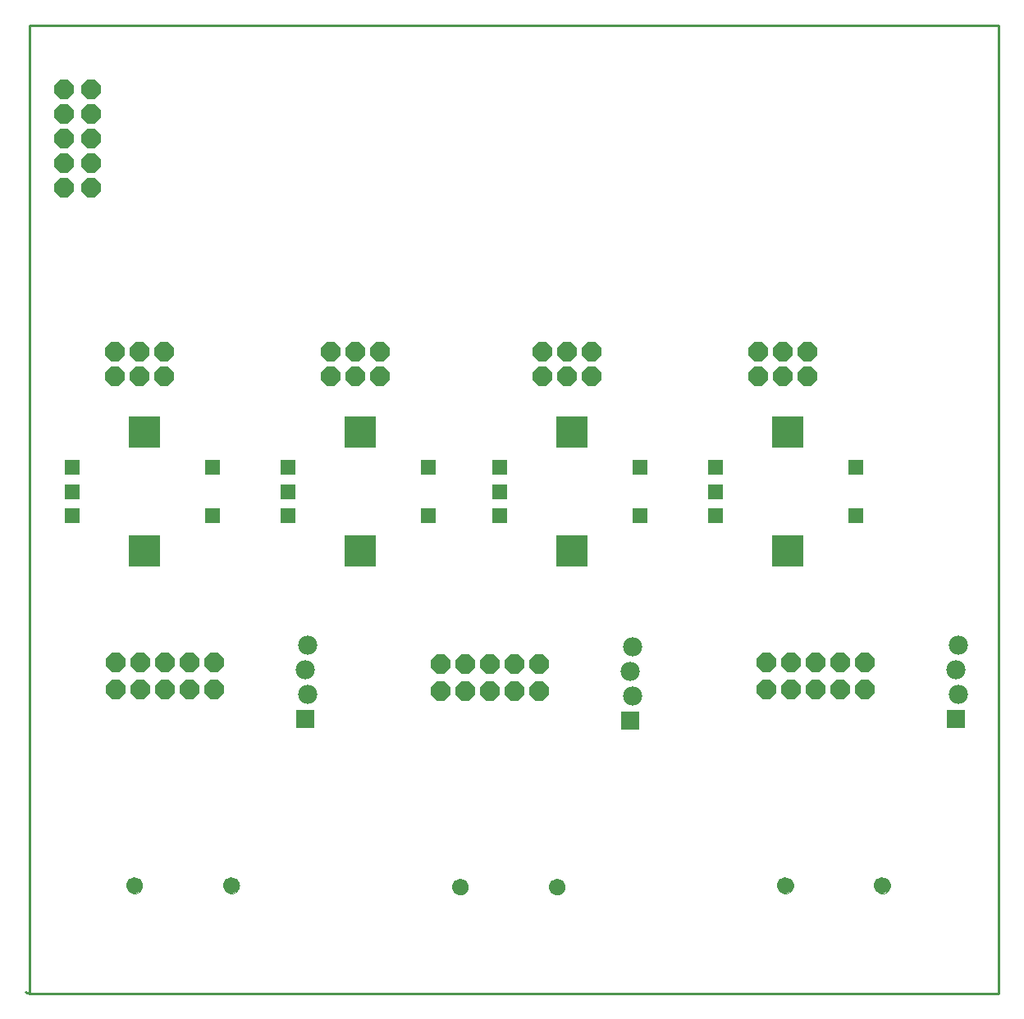
<source format=gbs>
G75*
G70*
%OFA0B0*%
%FSLAX24Y24*%
%IPPOS*%
%LPD*%
%AMOC8*
5,1,8,0,0,1.08239X$1,22.5*
%
%ADD10C,0.0100*%
%ADD11OC8,0.0780*%
%ADD12R,0.0634X0.0634*%
%ADD13R,0.1306X0.1306*%
%ADD14C,0.0000*%
%ADD15C,0.0670*%
%ADD16R,0.0780X0.0780*%
%ADD17C,0.0780*%
D10*
X000304Y002050D02*
X000304Y041420D01*
X039674Y041420D01*
X039674Y002050D01*
X000304Y002050D01*
X000150Y002101D01*
D11*
X003794Y014410D03*
X004794Y014410D03*
X005794Y014410D03*
X006794Y014410D03*
X007794Y014410D03*
X007794Y015510D03*
X006794Y015510D03*
X005794Y015510D03*
X004794Y015510D03*
X003794Y015510D03*
X003779Y027142D03*
X004779Y027142D03*
X004779Y028142D03*
X003779Y028142D03*
X005779Y028142D03*
X005779Y027142D03*
X012543Y027142D03*
X013543Y027142D03*
X013543Y028142D03*
X012543Y028142D03*
X014543Y028142D03*
X014543Y027142D03*
X021153Y027142D03*
X021153Y028142D03*
X022153Y028142D03*
X023153Y028142D03*
X023153Y027142D03*
X022153Y027142D03*
X029916Y027142D03*
X029916Y028142D03*
X030916Y028142D03*
X030916Y027142D03*
X031916Y027142D03*
X031916Y028142D03*
X032239Y015510D03*
X031239Y015510D03*
X030239Y015510D03*
X030239Y014410D03*
X031239Y014410D03*
X032239Y014410D03*
X033239Y014410D03*
X034239Y014410D03*
X034239Y015510D03*
X033239Y015510D03*
X021016Y015458D03*
X020016Y015458D03*
X019016Y015458D03*
X018016Y015458D03*
X017016Y015458D03*
X017016Y014358D03*
X018016Y014358D03*
X019016Y014358D03*
X020016Y014358D03*
X021016Y014358D03*
X002822Y034823D03*
X002822Y035823D03*
X002822Y036823D03*
X002822Y037823D03*
X002822Y038823D03*
X001722Y038823D03*
X001722Y037823D03*
X001722Y036823D03*
X001722Y035823D03*
X001722Y034823D03*
D12*
X002030Y023448D03*
X002030Y022463D03*
X002030Y021479D03*
X007738Y021479D03*
X007738Y023448D03*
X010793Y023448D03*
X010793Y022463D03*
X010793Y021479D03*
X016502Y021479D03*
X016502Y023448D03*
X019403Y023448D03*
X019403Y022463D03*
X019403Y021479D03*
X025112Y021479D03*
X025112Y023448D03*
X028167Y023448D03*
X028167Y022463D03*
X028167Y021479D03*
X033876Y021479D03*
X033876Y023448D03*
D13*
X031120Y024865D03*
X031120Y020062D03*
X022356Y020062D03*
X022356Y024865D03*
X013746Y024865D03*
X013746Y020062D03*
X004983Y020062D03*
X004983Y024865D03*
D14*
X004260Y006436D02*
X004262Y006471D01*
X004268Y006506D01*
X004278Y006540D01*
X004291Y006573D01*
X004308Y006604D01*
X004329Y006632D01*
X004352Y006659D01*
X004379Y006682D01*
X004407Y006703D01*
X004438Y006720D01*
X004471Y006733D01*
X004505Y006743D01*
X004540Y006749D01*
X004575Y006751D01*
X004610Y006749D01*
X004645Y006743D01*
X004679Y006733D01*
X004712Y006720D01*
X004743Y006703D01*
X004771Y006682D01*
X004798Y006659D01*
X004821Y006632D01*
X004842Y006604D01*
X004859Y006573D01*
X004872Y006540D01*
X004882Y006506D01*
X004888Y006471D01*
X004890Y006436D01*
X004888Y006401D01*
X004882Y006366D01*
X004872Y006332D01*
X004859Y006299D01*
X004842Y006268D01*
X004821Y006240D01*
X004798Y006213D01*
X004771Y006190D01*
X004743Y006169D01*
X004712Y006152D01*
X004679Y006139D01*
X004645Y006129D01*
X004610Y006123D01*
X004575Y006121D01*
X004540Y006123D01*
X004505Y006129D01*
X004471Y006139D01*
X004438Y006152D01*
X004407Y006169D01*
X004379Y006190D01*
X004352Y006213D01*
X004329Y006240D01*
X004308Y006268D01*
X004291Y006299D01*
X004278Y006332D01*
X004268Y006366D01*
X004262Y006401D01*
X004260Y006436D01*
X008197Y006436D02*
X008199Y006471D01*
X008205Y006506D01*
X008215Y006540D01*
X008228Y006573D01*
X008245Y006604D01*
X008266Y006632D01*
X008289Y006659D01*
X008316Y006682D01*
X008344Y006703D01*
X008375Y006720D01*
X008408Y006733D01*
X008442Y006743D01*
X008477Y006749D01*
X008512Y006751D01*
X008547Y006749D01*
X008582Y006743D01*
X008616Y006733D01*
X008649Y006720D01*
X008680Y006703D01*
X008708Y006682D01*
X008735Y006659D01*
X008758Y006632D01*
X008779Y006604D01*
X008796Y006573D01*
X008809Y006540D01*
X008819Y006506D01*
X008825Y006471D01*
X008827Y006436D01*
X008825Y006401D01*
X008819Y006366D01*
X008809Y006332D01*
X008796Y006299D01*
X008779Y006268D01*
X008758Y006240D01*
X008735Y006213D01*
X008708Y006190D01*
X008680Y006169D01*
X008649Y006152D01*
X008616Y006139D01*
X008582Y006129D01*
X008547Y006123D01*
X008512Y006121D01*
X008477Y006123D01*
X008442Y006129D01*
X008408Y006139D01*
X008375Y006152D01*
X008344Y006169D01*
X008316Y006190D01*
X008289Y006213D01*
X008266Y006240D01*
X008245Y006268D01*
X008228Y006299D01*
X008215Y006332D01*
X008205Y006366D01*
X008199Y006401D01*
X008197Y006436D01*
X017483Y006385D02*
X017485Y006420D01*
X017491Y006455D01*
X017501Y006489D01*
X017514Y006522D01*
X017531Y006553D01*
X017552Y006581D01*
X017575Y006608D01*
X017602Y006631D01*
X017630Y006652D01*
X017661Y006669D01*
X017694Y006682D01*
X017728Y006692D01*
X017763Y006698D01*
X017798Y006700D01*
X017833Y006698D01*
X017868Y006692D01*
X017902Y006682D01*
X017935Y006669D01*
X017966Y006652D01*
X017994Y006631D01*
X018021Y006608D01*
X018044Y006581D01*
X018065Y006553D01*
X018082Y006522D01*
X018095Y006489D01*
X018105Y006455D01*
X018111Y006420D01*
X018113Y006385D01*
X018111Y006350D01*
X018105Y006315D01*
X018095Y006281D01*
X018082Y006248D01*
X018065Y006217D01*
X018044Y006189D01*
X018021Y006162D01*
X017994Y006139D01*
X017966Y006118D01*
X017935Y006101D01*
X017902Y006088D01*
X017868Y006078D01*
X017833Y006072D01*
X017798Y006070D01*
X017763Y006072D01*
X017728Y006078D01*
X017694Y006088D01*
X017661Y006101D01*
X017630Y006118D01*
X017602Y006139D01*
X017575Y006162D01*
X017552Y006189D01*
X017531Y006217D01*
X017514Y006248D01*
X017501Y006281D01*
X017491Y006315D01*
X017485Y006350D01*
X017483Y006385D01*
X021420Y006385D02*
X021422Y006420D01*
X021428Y006455D01*
X021438Y006489D01*
X021451Y006522D01*
X021468Y006553D01*
X021489Y006581D01*
X021512Y006608D01*
X021539Y006631D01*
X021567Y006652D01*
X021598Y006669D01*
X021631Y006682D01*
X021665Y006692D01*
X021700Y006698D01*
X021735Y006700D01*
X021770Y006698D01*
X021805Y006692D01*
X021839Y006682D01*
X021872Y006669D01*
X021903Y006652D01*
X021931Y006631D01*
X021958Y006608D01*
X021981Y006581D01*
X022002Y006553D01*
X022019Y006522D01*
X022032Y006489D01*
X022042Y006455D01*
X022048Y006420D01*
X022050Y006385D01*
X022048Y006350D01*
X022042Y006315D01*
X022032Y006281D01*
X022019Y006248D01*
X022002Y006217D01*
X021981Y006189D01*
X021958Y006162D01*
X021931Y006139D01*
X021903Y006118D01*
X021872Y006101D01*
X021839Y006088D01*
X021805Y006078D01*
X021770Y006072D01*
X021735Y006070D01*
X021700Y006072D01*
X021665Y006078D01*
X021631Y006088D01*
X021598Y006101D01*
X021567Y006118D01*
X021539Y006139D01*
X021512Y006162D01*
X021489Y006189D01*
X021468Y006217D01*
X021451Y006248D01*
X021438Y006281D01*
X021428Y006315D01*
X021422Y006350D01*
X021420Y006385D01*
X030705Y006436D02*
X030707Y006471D01*
X030713Y006506D01*
X030723Y006540D01*
X030736Y006573D01*
X030753Y006604D01*
X030774Y006632D01*
X030797Y006659D01*
X030824Y006682D01*
X030852Y006703D01*
X030883Y006720D01*
X030916Y006733D01*
X030950Y006743D01*
X030985Y006749D01*
X031020Y006751D01*
X031055Y006749D01*
X031090Y006743D01*
X031124Y006733D01*
X031157Y006720D01*
X031188Y006703D01*
X031216Y006682D01*
X031243Y006659D01*
X031266Y006632D01*
X031287Y006604D01*
X031304Y006573D01*
X031317Y006540D01*
X031327Y006506D01*
X031333Y006471D01*
X031335Y006436D01*
X031333Y006401D01*
X031327Y006366D01*
X031317Y006332D01*
X031304Y006299D01*
X031287Y006268D01*
X031266Y006240D01*
X031243Y006213D01*
X031216Y006190D01*
X031188Y006169D01*
X031157Y006152D01*
X031124Y006139D01*
X031090Y006129D01*
X031055Y006123D01*
X031020Y006121D01*
X030985Y006123D01*
X030950Y006129D01*
X030916Y006139D01*
X030883Y006152D01*
X030852Y006169D01*
X030824Y006190D01*
X030797Y006213D01*
X030774Y006240D01*
X030753Y006268D01*
X030736Y006299D01*
X030723Y006332D01*
X030713Y006366D01*
X030707Y006401D01*
X030705Y006436D01*
X034642Y006436D02*
X034644Y006471D01*
X034650Y006506D01*
X034660Y006540D01*
X034673Y006573D01*
X034690Y006604D01*
X034711Y006632D01*
X034734Y006659D01*
X034761Y006682D01*
X034789Y006703D01*
X034820Y006720D01*
X034853Y006733D01*
X034887Y006743D01*
X034922Y006749D01*
X034957Y006751D01*
X034992Y006749D01*
X035027Y006743D01*
X035061Y006733D01*
X035094Y006720D01*
X035125Y006703D01*
X035153Y006682D01*
X035180Y006659D01*
X035203Y006632D01*
X035224Y006604D01*
X035241Y006573D01*
X035254Y006540D01*
X035264Y006506D01*
X035270Y006471D01*
X035272Y006436D01*
X035270Y006401D01*
X035264Y006366D01*
X035254Y006332D01*
X035241Y006299D01*
X035224Y006268D01*
X035203Y006240D01*
X035180Y006213D01*
X035153Y006190D01*
X035125Y006169D01*
X035094Y006152D01*
X035061Y006139D01*
X035027Y006129D01*
X034992Y006123D01*
X034957Y006121D01*
X034922Y006123D01*
X034887Y006129D01*
X034853Y006139D01*
X034820Y006152D01*
X034789Y006169D01*
X034761Y006190D01*
X034734Y006213D01*
X034711Y006240D01*
X034690Y006268D01*
X034673Y006299D01*
X034660Y006332D01*
X034650Y006366D01*
X034644Y006401D01*
X034642Y006436D01*
D15*
X034957Y006436D03*
X031020Y006436D03*
X021735Y006385D03*
X017798Y006385D03*
X008512Y006436D03*
X004575Y006436D03*
D16*
X011494Y013210D03*
X024716Y013158D03*
X037939Y013210D03*
D17*
X038039Y014210D03*
X037939Y015210D03*
X038039Y016210D03*
X024816Y016158D03*
X024716Y015158D03*
X024816Y014158D03*
X011594Y014210D03*
X011494Y015210D03*
X011594Y016210D03*
M02*

</source>
